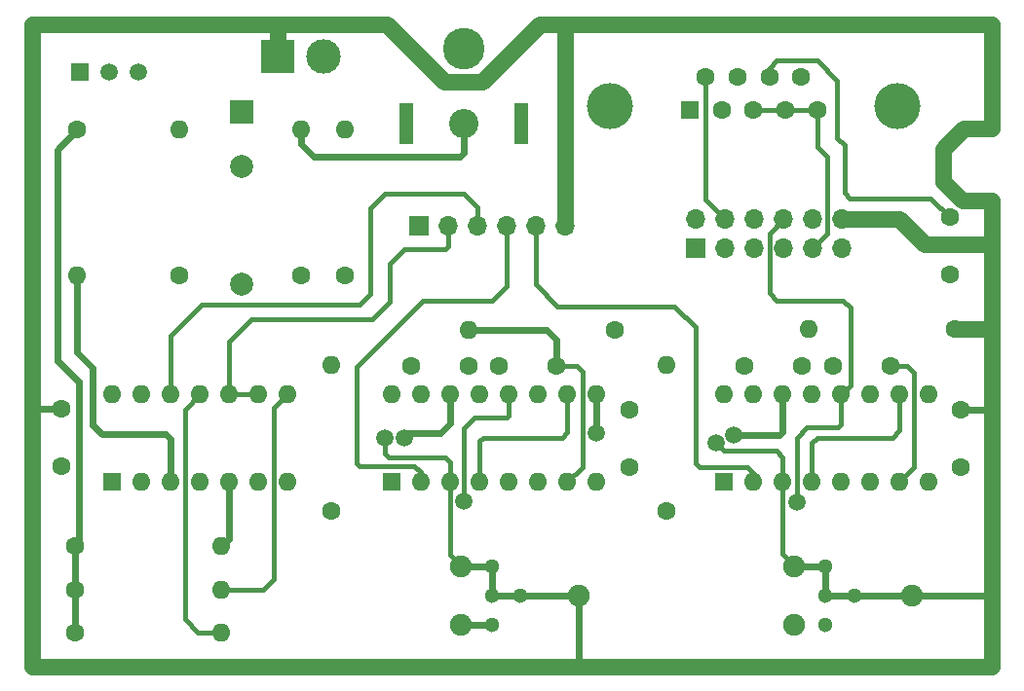
<source format=gbr>
%TF.GenerationSoftware,KiCad,Pcbnew,8.0.1*%
%TF.CreationDate,2024-06-09T01:41:57+01:00*%
%TF.ProjectId,tim011_video_fix,74696d30-3131-45f7-9669-64656f5f6669,rev?*%
%TF.SameCoordinates,Original*%
%TF.FileFunction,Copper,L1,Top*%
%TF.FilePolarity,Positive*%
%FSLAX46Y46*%
G04 Gerber Fmt 4.6, Leading zero omitted, Abs format (unit mm)*
G04 Created by KiCad (PCBNEW 8.0.1) date 2024-06-09 01:41:57*
%MOMM*%
%LPD*%
G01*
G04 APERTURE LIST*
%TA.AperFunction,ComponentPad*%
%ADD10C,1.600000*%
%TD*%
%TA.AperFunction,ComponentPad*%
%ADD11C,1.300000*%
%TD*%
%TA.AperFunction,ComponentPad*%
%ADD12C,1.900000*%
%TD*%
%TA.AperFunction,ComponentPad*%
%ADD13O,1.600000X1.600000*%
%TD*%
%TA.AperFunction,ComponentPad*%
%ADD14R,1.600000X1.600000*%
%TD*%
%TA.AperFunction,ComponentPad*%
%ADD15R,1.500000X1.500000*%
%TD*%
%TA.AperFunction,ComponentPad*%
%ADD16C,1.500000*%
%TD*%
%TA.AperFunction,ComponentPad*%
%ADD17R,1.700000X1.700000*%
%TD*%
%TA.AperFunction,ComponentPad*%
%ADD18O,1.700000X1.700000*%
%TD*%
%TA.AperFunction,ComponentPad*%
%ADD19C,2.550000*%
%TD*%
%TA.AperFunction,ComponentPad*%
%ADD20R,1.300000X3.616000*%
%TD*%
%TA.AperFunction,ComponentPad*%
%ADD21C,3.616000*%
%TD*%
%TA.AperFunction,ComponentPad*%
%ADD22C,4.000000*%
%TD*%
%TA.AperFunction,ComponentPad*%
%ADD23R,2.000000X2.000000*%
%TD*%
%TA.AperFunction,ComponentPad*%
%ADD24C,2.000000*%
%TD*%
%TA.AperFunction,ComponentPad*%
%ADD25R,3.000000X3.000000*%
%TD*%
%TA.AperFunction,ComponentPad*%
%ADD26C,3.000000*%
%TD*%
%TA.AperFunction,ViaPad*%
%ADD27C,1.500000*%
%TD*%
%TA.AperFunction,Conductor*%
%ADD28C,0.600000*%
%TD*%
%TA.AperFunction,Conductor*%
%ADD29C,0.400000*%
%TD*%
%TA.AperFunction,Conductor*%
%ADD30C,1.400000*%
%TD*%
G04 APERTURE END LIST*
D10*
%TO.P,C5,1*%
%TO.N,+5V*%
X107435000Y-92760000D03*
%TO.P,C5,2*%
%TO.N,GND*%
X107435000Y-97760000D03*
%TD*%
D11*
%TO.P,RV2,3,3*%
%TO.N,Net-(R3-Pad1)*%
X95520000Y-111475000D03*
D12*
X92860000Y-111475000D03*
%TO.P,RV2,2,2*%
%TO.N,+5V*%
X103050000Y-108905000D03*
D11*
X98030000Y-108905000D03*
X95520000Y-108905000D03*
%TO.P,RV2,1,1*%
X95520000Y-106355000D03*
D12*
X92860000Y-106355000D03*
%TD*%
D11*
%TO.P,RV1,3,3*%
%TO.N,Net-(R1-Pad1)*%
X124485000Y-111475000D03*
D12*
X121825000Y-111475000D03*
%TO.P,RV1,2,2*%
%TO.N,+5V*%
X132015000Y-108905000D03*
D11*
X126995000Y-108905000D03*
X124485000Y-108905000D03*
%TO.P,RV1,1,1*%
X124485000Y-106355000D03*
D12*
X121825000Y-106355000D03*
%TD*%
D10*
%TO.P,C9,1*%
%TO.N,HSYNC_OUT*%
X135290000Y-75985000D03*
%TO.P,C9,2*%
%TO.N,GND*%
X135290000Y-80985000D03*
%TD*%
%TO.P,R8,1*%
%TO.N,Net-(Q1-B)*%
X59315000Y-112135000D03*
D13*
%TO.P,R8,2*%
%TO.N,VID2B*%
X72015000Y-112135000D03*
%TD*%
D14*
%TO.P,U3,1*%
%TO.N,HSYNC_OUT*%
X62525000Y-99060000D03*
D13*
%TO.P,U3,2*%
%TO.N,VSYNC_OUT*%
X65065000Y-99060000D03*
%TO.P,U3,3*%
%TO.N,CSYNC*%
X67605000Y-99060000D03*
%TO.P,U3,4*%
%TO.N,GND*%
X70145000Y-99060000D03*
%TO.P,U3,5*%
X72685000Y-99060000D03*
%TO.P,U3,6*%
%TO.N,unconnected-(U3-Pad6)*%
X75225000Y-99060000D03*
%TO.P,U3,7,GND*%
%TO.N,GND*%
X77765000Y-99060000D03*
%TO.P,U3,8*%
%TO.N,VID1B*%
X77765000Y-91440000D03*
%TO.P,U3,9*%
%TO.N,VID1*%
X75225000Y-91440000D03*
%TO.P,U3,10*%
X72685000Y-91440000D03*
%TO.P,U3,11*%
%TO.N,VID2B*%
X70145000Y-91440000D03*
%TO.P,U3,12*%
%TO.N,VID2*%
X67605000Y-91440000D03*
%TO.P,U3,13*%
X65065000Y-91440000D03*
%TO.P,U3,14,VCC*%
%TO.N,+5V*%
X62525000Y-91440000D03*
%TD*%
D15*
%TO.P,Q1,1,C*%
%TO.N,GND*%
X59720000Y-63400000D03*
D16*
%TO.P,Q1,2,B*%
%TO.N,Net-(Q1-B)*%
X62260000Y-63400000D03*
%TO.P,Q1,3,E*%
%TO.N,Net-(Q1-E)*%
X64800000Y-63400000D03*
%TD*%
D10*
%TO.P,C1,1*%
%TO.N,Net-(U1A-RCext)*%
X117450000Y-88985000D03*
%TO.P,C1,2*%
%TO.N,GND*%
X122450000Y-88985000D03*
%TD*%
D17*
%TO.P,P1,1,Pin_1*%
%TO.N,GND*%
X89170000Y-76740000D03*
D18*
%TO.P,P1,2,Pin_2*%
%TO.N,VID1*%
X91710000Y-76740000D03*
%TO.P,P1,3,Pin_3*%
%TO.N,VID2*%
X94250000Y-76740000D03*
%TO.P,P1,4,Pin_4*%
%TO.N,VSYNC_IN*%
X96790000Y-76740000D03*
%TO.P,P1,5,Pin_5*%
%TO.N,HSYNC_IN*%
X99330000Y-76740000D03*
%TO.P,P1,6,Pin_6*%
%TO.N,+5V*%
X101870000Y-76740000D03*
%TD*%
D13*
%TO.P,R6,2*%
%TO.N,CSYNC*%
X59500000Y-81075000D03*
D10*
%TO.P,R6,1*%
%TO.N,Net-(Q1-B)*%
X59500000Y-68375000D03*
%TD*%
D19*
%TO.P,J3,1,In*%
%TO.N,Net-(J3-In)*%
X93090000Y-67865000D03*
D20*
%TO.P,J3,2,Ext*%
%TO.N,GND*%
X88090000Y-67865000D03*
D21*
X93090000Y-61365000D03*
D20*
X98090000Y-67865000D03*
%TD*%
D10*
%TO.P,R10,1*%
%TO.N,+5V*%
X68325000Y-81075000D03*
D13*
%TO.P,R10,2*%
%TO.N,Net-(Q1-E)*%
X68325000Y-68375000D03*
%TD*%
D10*
%TO.P,C4,1*%
%TO.N,Net-(U2B-RCext)*%
X101090000Y-88985000D03*
%TO.P,C4,2*%
%TO.N,GND*%
X96090000Y-88985000D03*
%TD*%
D17*
%TO.P,P2,1,Pin_1*%
%TO.N,unconnected-(P2-Pin_1-Pad1)*%
X113262500Y-78725000D03*
D18*
%TO.P,P2,2,Pin_2*%
%TO.N,unconnected-(P2-Pin_2-Pad2)*%
X113262500Y-76185000D03*
%TO.P,P2,3,Pin_3*%
%TO.N,GND*%
X115802500Y-78725000D03*
%TO.P,P2,4,Pin_4*%
%TO.N,VID2*%
X115802500Y-76185000D03*
%TO.P,P2,5,Pin_5*%
%TO.N,unconnected-(P2-Pin_5-Pad5)*%
X118342500Y-78725000D03*
%TO.P,P2,6,Pin_6*%
%TO.N,unconnected-(P2-Pin_6-Pad6)*%
X118342500Y-76185000D03*
%TO.P,P2,7,Pin_7*%
%TO.N,unconnected-(P2-Pin_7-Pad7)*%
X120882500Y-78725000D03*
%TO.P,P2,8,Pin_8*%
%TO.N,HSYNC_OUT*%
X120882500Y-76185000D03*
%TO.P,P2,9,Pin_9*%
%TO.N,VID1*%
X123422500Y-78725000D03*
%TO.P,P2,10,Pin_10*%
%TO.N,VSYNC_OUT*%
X123422500Y-76185000D03*
%TO.P,P2,11,Pin_11*%
%TO.N,unconnected-(P2-Pin_11-Pad11)*%
X125962500Y-78725000D03*
%TO.P,P2,12,Pin_12*%
%TO.N,+5V*%
X125962500Y-76185000D03*
%TD*%
D22*
%TO.P,J4,0,PAD*%
%TO.N,GND*%
X130755000Y-66375000D03*
X105755000Y-66375000D03*
D14*
%TO.P,J4,1,1*%
X112715000Y-66675000D03*
D10*
%TO.P,J4,2,2*%
X115485000Y-66675000D03*
%TO.P,J4,3,3*%
%TO.N,VID1*%
X118255000Y-66675000D03*
%TO.P,J4,4,4*%
X121025000Y-66675000D03*
%TO.P,J4,5,5*%
X123795000Y-66675000D03*
%TO.P,J4,6,6*%
%TO.N,VID2*%
X114100000Y-63835000D03*
%TO.P,J4,7,7*%
%TO.N,unconnected-(J4-Pad7)*%
X116870000Y-63835000D03*
%TO.P,J4,8,8*%
%TO.N,HSYNC_OUT*%
X119640000Y-63835000D03*
%TO.P,J4,9,9*%
%TO.N,VSYNC_OUT*%
X122410000Y-63835000D03*
%TD*%
%TO.P,R1,1*%
%TO.N,Net-(R1-Pad1)*%
X110685000Y-101610000D03*
D13*
%TO.P,R1,2*%
%TO.N,Net-(U1A-RCext)*%
X110685000Y-88910000D03*
%TD*%
%TO.P,R9,2*%
%TO.N,GND*%
X82745000Y-68375000D03*
D10*
%TO.P,R9,1*%
%TO.N,Net-(C8-Pad2)*%
X82745000Y-81075000D03*
%TD*%
D14*
%TO.P,U1,1,A*%
%TO.N,GND*%
X115695000Y-99060000D03*
D13*
%TO.P,U1,2,B*%
%TO.N,HSYNC_IN*%
X118235000Y-99060000D03*
%TO.P,U1,3,Clr*%
%TO.N,+5V*%
X120775000Y-99060000D03*
%TO.P,U1,4,~{Q}*%
%TO.N,Net-(U1A-~{Q})*%
X123315000Y-99060000D03*
%TO.P,U1,5,Q*%
%TO.N,unconnected-(U1B-Q-Pad5)*%
X125855000Y-99060000D03*
%TO.P,U1,6,Cext*%
%TO.N,GND*%
X128395000Y-99060000D03*
%TO.P,U1,7,RCext*%
%TO.N,Net-(U1B-RCext)*%
X130935000Y-99060000D03*
%TO.P,U1,8,GND*%
%TO.N,GND*%
X133475000Y-99060000D03*
%TO.P,U1,9,A*%
X133475000Y-91440000D03*
%TO.P,U1,10,B*%
%TO.N,Net-(U1A-~{Q})*%
X130935000Y-91440000D03*
%TO.P,U1,11,Clr*%
%TO.N,+5V*%
X128395000Y-91440000D03*
%TO.P,U1,12,~{Q}*%
%TO.N,HSYNC_OUT*%
X125855000Y-91440000D03*
%TO.P,U1,13,Q*%
%TO.N,unconnected-(U1A-Q-Pad13)*%
X123315000Y-91440000D03*
%TO.P,U1,14,Cext*%
%TO.N,GND*%
X120775000Y-91440000D03*
%TO.P,U1,15,RCext*%
%TO.N,Net-(U1A-RCext)*%
X118235000Y-91440000D03*
%TO.P,U1,16,VCC*%
%TO.N,+5V*%
X115695000Y-91440000D03*
%TD*%
D10*
%TO.P,C2,1*%
%TO.N,Net-(U1B-RCext)*%
X130150000Y-88985000D03*
%TO.P,C2,2*%
%TO.N,GND*%
X125150000Y-88985000D03*
%TD*%
%TO.P,R5,1*%
%TO.N,Net-(Q1-B)*%
X59315000Y-104660000D03*
D13*
%TO.P,R5,2*%
%TO.N,GND*%
X72015000Y-104660000D03*
%TD*%
%TO.P,R3,2*%
%TO.N,Net-(U2A-RCext)*%
X81535000Y-88910000D03*
D10*
%TO.P,R3,1*%
%TO.N,Net-(R3-Pad1)*%
X81535000Y-101610000D03*
%TD*%
%TO.P,R2,1*%
%TO.N,+5V*%
X135755000Y-85735000D03*
D13*
%TO.P,R2,2*%
%TO.N,Net-(U1B-RCext)*%
X123055000Y-85735000D03*
%TD*%
%TO.P,R11,2*%
%TO.N,Net-(J3-In)*%
X78935000Y-68375000D03*
D10*
%TO.P,R11,1*%
%TO.N,Net-(C8-Pad2)*%
X78935000Y-81075000D03*
%TD*%
D23*
%TO.P,C8,1*%
%TO.N,Net-(Q1-E)*%
X73775000Y-66885000D03*
D24*
%TO.P,C8,2*%
%TO.N,Net-(C8-Pad2)*%
X73775000Y-71635000D03*
X73775000Y-81875000D03*
%TD*%
D10*
%TO.P,C7,1*%
%TO.N,+5V*%
X136277500Y-92760000D03*
%TO.P,C7,2*%
%TO.N,GND*%
X136277500Y-97760000D03*
%TD*%
D25*
%TO.P,P3,1,Pin_1*%
%TO.N,+5V*%
X76930000Y-62035000D03*
D26*
%TO.P,P3,2,Pin_2*%
%TO.N,GND*%
X80890000Y-62035000D03*
%TD*%
D10*
%TO.P,C3,1*%
%TO.N,Net-(U2A-RCext)*%
X88470000Y-88985000D03*
%TO.P,C3,2*%
%TO.N,GND*%
X93470000Y-88985000D03*
%TD*%
%TO.P,R7,1*%
%TO.N,Net-(Q1-B)*%
X59315000Y-108435000D03*
D13*
%TO.P,R7,2*%
%TO.N,VID1B*%
X72015000Y-108435000D03*
%TD*%
D10*
%TO.P,C6,1*%
%TO.N,+5V*%
X58112500Y-92710000D03*
%TO.P,C6,2*%
%TO.N,GND*%
X58112500Y-97710000D03*
%TD*%
D14*
%TO.P,U2,1,A*%
%TO.N,GND*%
X86835000Y-99060000D03*
D13*
%TO.P,U2,2,B*%
%TO.N,VSYNC_IN*%
X89375000Y-99060000D03*
%TO.P,U2,3,Clr*%
%TO.N,+5V*%
X91915000Y-99060000D03*
%TO.P,U2,4,~{Q}*%
%TO.N,Net-(U2A-~{Q})*%
X94455000Y-99060000D03*
%TO.P,U2,5,Q*%
%TO.N,unconnected-(U2B-Q-Pad5)*%
X96995000Y-99060000D03*
%TO.P,U2,6,Cext*%
%TO.N,GND*%
X99535000Y-99060000D03*
%TO.P,U2,7,RCext*%
%TO.N,Net-(U2B-RCext)*%
X102075000Y-99060000D03*
%TO.P,U2,8,GND*%
%TO.N,GND*%
X104615000Y-99060000D03*
%TO.P,U2,9,A*%
X104615000Y-91440000D03*
%TO.P,U2,10,B*%
%TO.N,Net-(U2A-~{Q})*%
X102075000Y-91440000D03*
%TO.P,U2,11,Clr*%
%TO.N,+5V*%
X99535000Y-91440000D03*
%TO.P,U2,12,~{Q}*%
%TO.N,VSYNC_OUT*%
X96995000Y-91440000D03*
%TO.P,U2,13,Q*%
%TO.N,unconnected-(U2A-Q-Pad13)*%
X94455000Y-91440000D03*
%TO.P,U2,14,Cext*%
%TO.N,GND*%
X91915000Y-91440000D03*
%TO.P,U2,15,RCext*%
%TO.N,Net-(U2A-RCext)*%
X89375000Y-91440000D03*
%TO.P,U2,16,VCC*%
%TO.N,+5V*%
X86835000Y-91440000D03*
%TD*%
D10*
%TO.P,R4,1*%
%TO.N,+5V*%
X106225000Y-85835000D03*
D13*
%TO.P,R4,2*%
%TO.N,Net-(U2B-RCext)*%
X93525000Y-85835000D03*
%TD*%
D27*
%TO.N,GND*%
X104565000Y-94825000D03*
%TO.N,+5V*%
X86250000Y-95250000D03*
%TO.N,GND*%
X87949058Y-95193365D03*
X116571319Y-94939774D03*
%TO.N,+5V*%
X115038527Y-95675000D03*
%TO.N,HSYNC_OUT*%
X122000000Y-100800000D03*
%TO.N,VSYNC_OUT*%
X93100000Y-100700000D03*
%TD*%
D28*
%TO.N,GND*%
X91915000Y-93935000D02*
X91915000Y-91440000D01*
X91025000Y-94825000D02*
X91915000Y-93935000D01*
X87949058Y-95193365D02*
X88317423Y-94825000D01*
X88317423Y-94825000D02*
X91025000Y-94825000D01*
D29*
%TO.N,+5V*%
X91915000Y-97365000D02*
X91915000Y-99060000D01*
X86600000Y-96950000D02*
X91500000Y-96950000D01*
X86250000Y-95250000D02*
X86250000Y-96600000D01*
X91500000Y-96950000D02*
X91915000Y-97365000D01*
X86250000Y-96600000D02*
X86600000Y-96950000D01*
%TO.N,Net-(U1B-RCext)*%
X132200000Y-89550000D02*
X131635000Y-88985000D01*
X131635000Y-88985000D02*
X130150000Y-88985000D01*
X132200000Y-97795000D02*
X132200000Y-89550000D01*
X130935000Y-99060000D02*
X132200000Y-97795000D01*
%TO.N,+5V*%
X120775000Y-105305000D02*
X121825000Y-106355000D01*
X120775000Y-99060000D02*
X120775000Y-105305000D01*
D28*
X138905000Y-108905000D02*
X139000000Y-109000000D01*
X132015000Y-108905000D02*
X138905000Y-108905000D01*
D30*
X139000000Y-109000000D02*
X139000000Y-115100000D01*
X139000000Y-92800000D02*
X139000000Y-109000000D01*
D28*
X126995000Y-108905000D02*
X132015000Y-108905000D01*
X124485000Y-108905000D02*
X126995000Y-108905000D01*
X124485000Y-106355000D02*
X124485000Y-108905000D01*
X121825000Y-106355000D02*
X124485000Y-106355000D01*
%TO.N,GND*%
X104615000Y-94775000D02*
X104565000Y-94825000D01*
X104615000Y-91440000D02*
X104615000Y-94775000D01*
D29*
%TO.N,HSYNC_OUT*%
X126650000Y-74350000D02*
X133655000Y-74350000D01*
X126150000Y-73850000D02*
X126650000Y-74350000D01*
X123800000Y-62400000D02*
X125550000Y-64150000D01*
X120250000Y-62400000D02*
X123800000Y-62400000D01*
X126150000Y-69750000D02*
X126150000Y-73850000D01*
X119640000Y-63010000D02*
X120250000Y-62400000D01*
X125550000Y-64150000D02*
X125550000Y-69150000D01*
X125550000Y-69150000D02*
X126150000Y-69750000D01*
X133655000Y-74350000D02*
X135290000Y-75985000D01*
X119640000Y-63835000D02*
X119640000Y-63010000D01*
D30*
%TO.N,+5V*%
X137950000Y-85750000D02*
X137935000Y-85735000D01*
X139000000Y-85750000D02*
X139000000Y-92800000D01*
X137935000Y-85735000D02*
X135755000Y-85735000D01*
X139000000Y-78400000D02*
X139000000Y-85750000D01*
X139000000Y-85750000D02*
X137950000Y-85750000D01*
D29*
%TO.N,Net-(U1A-~{Q})*%
X130935000Y-94565000D02*
X130935000Y-91440000D01*
X130300000Y-95200000D02*
X130935000Y-94565000D01*
X123800000Y-95200000D02*
X130300000Y-95200000D01*
X123315000Y-95685000D02*
X123800000Y-95200000D01*
X123315000Y-99060000D02*
X123315000Y-95685000D01*
%TO.N,Net-(U2A-~{Q})*%
X101600000Y-95200000D02*
X102075000Y-94725000D01*
X94750000Y-95200000D02*
X101600000Y-95200000D01*
X94455000Y-95495000D02*
X94750000Y-95200000D01*
X94455000Y-99060000D02*
X94455000Y-95495000D01*
X102075000Y-94725000D02*
X102075000Y-91440000D01*
D28*
%TO.N,GND*%
X120775000Y-94675000D02*
X120775000Y-91440000D01*
X120510226Y-94939774D02*
X120775000Y-94675000D01*
X116571319Y-94939774D02*
X120510226Y-94939774D01*
D29*
%TO.N,+5V*%
X115713527Y-96350000D02*
X115038527Y-95675000D01*
X120250000Y-96350000D02*
X115713527Y-96350000D01*
X120775000Y-96875000D02*
X120250000Y-96350000D01*
X120775000Y-99060000D02*
X120775000Y-96875000D01*
%TO.N,HSYNC_IN*%
X118235000Y-98285000D02*
X118235000Y-99060000D01*
X117750000Y-97800000D02*
X118235000Y-98285000D01*
X113600000Y-97800000D02*
X117750000Y-97800000D01*
X101200000Y-83750000D02*
X111400000Y-83750000D01*
X113200000Y-97400000D02*
X113600000Y-97800000D01*
X99330000Y-81880000D02*
X101200000Y-83750000D01*
X113200000Y-85550000D02*
X113200000Y-97400000D01*
X99330000Y-76740000D02*
X99330000Y-81880000D01*
X111400000Y-83750000D02*
X113200000Y-85550000D01*
%TO.N,VID2*%
X114100000Y-74482500D02*
X115802500Y-76185000D01*
X114100000Y-63835000D02*
X114100000Y-74482500D01*
%TO.N,Net-(U2B-RCext)*%
X102900000Y-88985000D02*
X101090000Y-88985000D01*
X103415000Y-89500000D02*
X102900000Y-88985000D01*
X103415000Y-97720000D02*
X103415000Y-89500000D01*
X102075000Y-99060000D02*
X103415000Y-97720000D01*
%TO.N,VSYNC_IN*%
X89375000Y-98225000D02*
X89375000Y-99060000D01*
X84000000Y-97650000D02*
X88800000Y-97650000D01*
X83800000Y-97450000D02*
X84000000Y-97650000D01*
X89550000Y-83250000D02*
X83800000Y-89000000D01*
X88800000Y-97650000D02*
X89375000Y-98225000D01*
X95550000Y-83250000D02*
X89550000Y-83250000D01*
X96790000Y-82010000D02*
X95550000Y-83250000D01*
X96790000Y-76740000D02*
X96790000Y-82010000D01*
X83800000Y-89000000D02*
X83800000Y-97450000D01*
%TO.N,VID1*%
X91710000Y-78540000D02*
X91710000Y-76740000D01*
X91450000Y-78800000D02*
X91710000Y-78540000D01*
X85150000Y-84900000D02*
X86650000Y-83400000D01*
X86650000Y-80100000D02*
X87950000Y-78800000D01*
X74600000Y-84900000D02*
X85150000Y-84900000D01*
X72685000Y-86815000D02*
X74600000Y-84900000D01*
X86650000Y-83400000D02*
X86650000Y-80100000D01*
X87950000Y-78800000D02*
X91450000Y-78800000D01*
X72685000Y-91440000D02*
X72685000Y-86815000D01*
X75225000Y-91440000D02*
X72685000Y-91440000D01*
%TO.N,VID2*%
X93050000Y-73950000D02*
X94250000Y-75150000D01*
X86250000Y-73950000D02*
X93050000Y-73950000D01*
X84950000Y-82700000D02*
X84950000Y-75250000D01*
X84050000Y-83600000D02*
X84950000Y-82700000D01*
X70300000Y-83600000D02*
X84050000Y-83600000D01*
X94250000Y-75150000D02*
X94250000Y-76740000D01*
X67605000Y-86295000D02*
X70300000Y-83600000D01*
X84950000Y-75250000D02*
X86250000Y-73950000D01*
X67605000Y-91440000D02*
X67605000Y-86295000D01*
%TO.N,+5V*%
X91915000Y-105410000D02*
X92860000Y-106355000D01*
X91915000Y-99060000D02*
X91915000Y-105410000D01*
D28*
X92860000Y-106355000D02*
X95520000Y-106355000D01*
X95520000Y-106355000D02*
X95520000Y-108905000D01*
X103050000Y-108905000D02*
X103050000Y-115100000D01*
D30*
X103050000Y-115100000D02*
X55600000Y-115100000D01*
X139000000Y-115100000D02*
X103050000Y-115100000D01*
D28*
X98030000Y-108905000D02*
X103050000Y-108905000D01*
X95520000Y-108905000D02*
X98030000Y-108905000D01*
%TO.N,Net-(R3-Pad1)*%
X92860000Y-111475000D02*
X95520000Y-111475000D01*
D29*
%TO.N,VID1B*%
X76590000Y-92615000D02*
X77765000Y-91440000D01*
X76565000Y-107485000D02*
X76565000Y-92615000D01*
X75615000Y-108435000D02*
X76565000Y-107485000D01*
X76565000Y-92615000D02*
X76590000Y-92615000D01*
X72015000Y-108435000D02*
X75615000Y-108435000D01*
D28*
%TO.N,GND*%
X72685000Y-103990000D02*
X72015000Y-104660000D01*
X72685000Y-99060000D02*
X72685000Y-103990000D01*
D29*
%TO.N,VID2B*%
X68850000Y-111000000D02*
X69985000Y-112135000D01*
X69985000Y-112135000D02*
X72015000Y-112135000D01*
X68850000Y-92735000D02*
X68850000Y-111000000D01*
X70145000Y-91440000D02*
X68850000Y-92735000D01*
%TO.N,HSYNC_OUT*%
X125600000Y-94300000D02*
X125855000Y-94045000D01*
X122900000Y-94300000D02*
X125600000Y-94300000D01*
X122000000Y-95200000D02*
X122900000Y-94300000D01*
X125855000Y-94045000D02*
X125855000Y-91440000D01*
X122000000Y-100800000D02*
X122000000Y-95200000D01*
%TO.N,VSYNC_OUT*%
X96995000Y-93255000D02*
X96995000Y-91440000D01*
X96800000Y-93450000D02*
X96995000Y-93255000D01*
X94050000Y-93450000D02*
X96800000Y-93450000D01*
X93115000Y-94385000D02*
X94050000Y-93450000D01*
X93115000Y-100685000D02*
X93115000Y-94385000D01*
X93100000Y-100700000D02*
X93115000Y-100685000D01*
D28*
%TO.N,CSYNC*%
X59500000Y-87750000D02*
X59500000Y-81075000D01*
X60850000Y-94100000D02*
X60850000Y-89100000D01*
X61650000Y-94900000D02*
X60850000Y-94100000D01*
X67200000Y-94900000D02*
X61650000Y-94900000D01*
X67605000Y-95305000D02*
X67200000Y-94900000D01*
X67605000Y-99060000D02*
X67605000Y-95305000D01*
X60850000Y-89100000D02*
X59500000Y-87750000D01*
%TO.N,Net-(Q1-B)*%
X59600000Y-104375000D02*
X59315000Y-104660000D01*
X59600000Y-90350000D02*
X59600000Y-104375000D01*
X57750000Y-88500000D02*
X59600000Y-90350000D01*
X57750000Y-70125000D02*
X57750000Y-88500000D01*
X59500000Y-68375000D02*
X57750000Y-70125000D01*
X59315000Y-108435000D02*
X59315000Y-112135000D01*
X59315000Y-104660000D02*
X59315000Y-108435000D01*
%TO.N,Net-(J3-In)*%
X92700000Y-70775000D02*
X93090000Y-70385000D01*
X80050000Y-70775000D02*
X92700000Y-70775000D01*
X78935000Y-69660000D02*
X80050000Y-70775000D01*
X78935000Y-68375000D02*
X78935000Y-69660000D01*
X93090000Y-70385000D02*
X93090000Y-67865000D01*
D29*
%TO.N,VID1*%
X123795000Y-66675000D02*
X118255000Y-66675000D01*
X124672500Y-77475000D02*
X123422500Y-78725000D01*
X123795000Y-69870000D02*
X124672500Y-70747500D01*
X123795000Y-66675000D02*
X123795000Y-69870000D01*
X124672500Y-70747500D02*
X124672500Y-77475000D01*
%TO.N,HSYNC_OUT*%
X119632500Y-77435000D02*
X120882500Y-76185000D01*
X126025000Y-83275000D02*
X120275000Y-83275000D01*
X120275000Y-83275000D02*
X119632500Y-82632500D01*
X119632500Y-82632500D02*
X119632500Y-77435000D01*
X126654999Y-83904999D02*
X126025000Y-83275000D01*
X125855000Y-91440000D02*
X126654999Y-90640001D01*
X126654999Y-90640001D02*
X126654999Y-83904999D01*
D28*
%TO.N,Net-(U2B-RCext)*%
X101090000Y-86665000D02*
X101090000Y-88985000D01*
X93525000Y-85835000D02*
X100260000Y-85835000D01*
X100260000Y-85835000D02*
X101090000Y-86665000D01*
D30*
%TO.N,+5V*%
X130910000Y-76185000D02*
X133125000Y-78400000D01*
X125962500Y-76185000D02*
X130910000Y-76185000D01*
X139000000Y-74600000D02*
X139000000Y-78400000D01*
X133125000Y-78400000D02*
X139000000Y-78400000D01*
X101870000Y-59270000D02*
X101800000Y-59200000D01*
X101800000Y-59200000D02*
X139000000Y-59200000D01*
X99675000Y-59200000D02*
X101800000Y-59200000D01*
X101870000Y-76740000D02*
X101870000Y-59270000D01*
D28*
X55615000Y-92710000D02*
X55600000Y-92725000D01*
X58112500Y-92710000D02*
X55615000Y-92710000D01*
D30*
X55600000Y-92725000D02*
X55600000Y-59225000D01*
X55600000Y-115100000D02*
X55600000Y-92725000D01*
D28*
X136277500Y-92760000D02*
X138960000Y-92760000D01*
X138960000Y-92760000D02*
X139000000Y-92800000D01*
D30*
X55625000Y-59200000D02*
X76975000Y-59200000D01*
X55600000Y-59225000D02*
X55625000Y-59200000D01*
X136450000Y-74600000D02*
X139000000Y-74600000D01*
X134775000Y-72925000D02*
X136450000Y-74600000D01*
X134775000Y-70050000D02*
X134775000Y-72925000D01*
X136525000Y-68300000D02*
X134775000Y-70050000D01*
X91400000Y-64225000D02*
X94650000Y-64225000D01*
X94650000Y-64225000D02*
X99675000Y-59200000D01*
X86375000Y-59200000D02*
X91400000Y-64225000D01*
X76930000Y-59200000D02*
X86375000Y-59200000D01*
X139000000Y-59200000D02*
X139000000Y-68300000D01*
X76930000Y-62035000D02*
X76930000Y-59200000D01*
X139000000Y-68300000D02*
X136525000Y-68300000D01*
%TD*%
M02*

</source>
